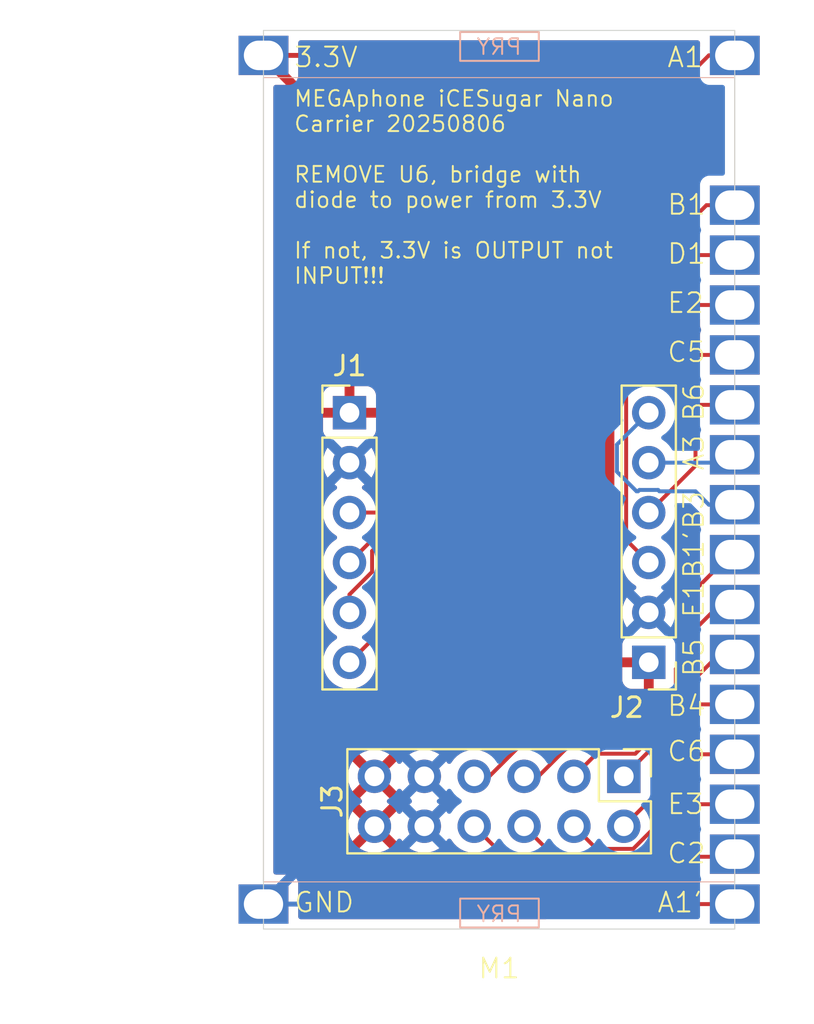
<source format=kicad_pcb>
(kicad_pcb (version 20241229) (generator "pcbnew") (generator_version "9.0")
  (layers (0 "F.Cu" signal) (2 "B.Cu" signal) (13 "F.Paste" user) (15 "B.Paste" user) (5 "F.SilkS" user "F.Silkscreen") (7 "B.SilkS" user "B.Silkscreen") (1 "F.Mask" user) (3 "B.Mask" user) (25 "Edge.Cuts" user))
  (net 0 "")
  (net 1 "E2")
  (net 2 "GND")
  (net 3 "D1")
  (net 4 "+3.3V")
  (net 5 "B1")
  (net 6 "A1")
  (net 7 "B6")
  (net 8 "A3")
  (net 9 "B3")
  (net 10 "C5")
  (net 11 "B1_DUP")
  (net 12 "E1")
  (net 13 "C2")
  (net 14 "C6")
  (net 15 "A1_DUP")
  (net 16 "E3")
  (net 17 "B5")
  (net 18 "B4")
  (footprint "Connector_PinHeader_2.54mm:PinHeader_2x06_P2.54mm_Vertical" (layer "F.Cu") (at 6.35 18.5 -90)
    (property "Reference" "J3" (at 1.27 14.85 90) (layer "F.SilkS"))
    (property "Value" "Conn_02x06_Odd_Even")
    (fp_line (start -1.38 14.08) (end 3.92 14.08) (stroke (width 0.12)) (layer "F.SilkS"))
    (fp_line (start -1.38 1.27) (end -1.38 14.08) (stroke (width 0.12)) (layer "F.SilkS"))
    (fp_line (start -1.38 1.27) (end 1.27 1.27) (stroke (width 0.12)) (layer "F.SilkS"))
    (fp_line (start 1.27 1.27) (end 1.27 -1.38) (stroke (width 0.12)) (layer "F.SilkS"))
    (fp_line (start -1.38 0) (end -1.38 -1.38) (stroke (width 0.12)) (layer "F.SilkS"))
    (fp_line (start -1.38 -1.38) (end 0 -1.38) (stroke (width 0.12)) (layer "F.SilkS"))
    (fp_line (start 1.27 -1.38) (end 3.92 -1.38) (stroke (width 0.12)) (layer "F.SilkS"))
    (fp_line (start 3.92 -1.38) (end 3.92 14.08) (stroke (width 0.12)) (layer "F.SilkS"))
    (pad "1" thru_hole rect (at 0 0 270) (size 1.7 1.7) (drill 1) (layers "*.Cu" "*.Mask") (net 18 "B4"))
    (pad "2" thru_hole circle (at 2.54 0 270) (size 1.7 1.7) (drill 1) (layers "*.Cu" "*.Mask") (net 14 "C6"))
    (pad "3" thru_hole circle (at 0 2.54 270) (size 1.7 1.7) (drill 1) (layers "*.Cu" "*.Mask") (net 17 "B5"))
    (pad "4" thru_hole circle (at 2.54 2.54 270) (size 1.7 1.7) (drill 1) (layers "*.Cu" "*.Mask") (net 16 "E3"))
    (pad "5" thru_hole circle (at 0 5.08 270) (size 1.7 1.7) (drill 1) (layers "*.Cu" "*.Mask") (net 12 "E1"))
    (pad "6" thru_hole circle (at 2.54 5.08 270) (size 1.7 1.7) (drill 1) (layers "*.Cu" "*.Mask") (net 13 "C2"))
    (pad "7" thru_hole circle (at 0 7.62 270) (size 1.7 1.7) (drill 1) (layers "*.Cu" "*.Mask") (net 11 "B1_DUP"))
    (pad "8" thru_hole circle (at 2.54 7.62 270) (size 1.7 1.7) (drill 1) (layers "*.Cu" "*.Mask") (net 15 "A1_DUP"))
    (pad "9" thru_hole circle (at 0 10.16 270) (size 1.7 1.7) (drill 1) (layers "*.Cu" "*.Mask") (net 2 "GND"))
    (pad "10" thru_hole circle (at 2.54 10.16 270) (size 1.7 1.7) (drill 1) (layers "*.Cu" "*.Mask") (net 2 "GND"))
    (pad "11" thru_hole circle (at 0 12.7 270) (size 1.7 1.7) (drill 1) (layers "*.Cu" "*.Mask") (net 4 "+3.3V"))
    (pad "12" thru_hole circle (at 2.54 12.7 270) (size 1.7 1.7) (drill 1) (layers "*.Cu" "*.Mask") (net 4 "+3.3V"))
  )
  (footprint "Connector_PinHeader_2.54mm:PinHeader_1x06_P2.54mm_Vertical" (layer "F.Cu") (at -7.62 0)
    (property "Reference" "J1" (at 0 -2.38 0) (layer "F.SilkS"))
    (property "Value" "Conn_01x06_Pin")
    (fp_line (start -1.38 -1.38) (end 0 -1.38) (stroke (width 0.12)) (layer "F.SilkS"))
    (fp_line (start -1.38 0) (end -1.38 -1.38) (stroke (width 0.12)) (layer "F.SilkS"))
    (fp_line (start -1.38 1.27) (end -1.38 14.08) (stroke (width 0.12)) (layer "F.SilkS"))
    (fp_line (start -1.38 1.27) (end 1.38 1.27) (stroke (width 0.12)) (layer "F.SilkS"))
    (fp_line (start -1.38 14.08) (end 1.38 14.08) (stroke (width 0.12)) (layer "F.SilkS"))
    (fp_line (start 1.38 1.27) (end 1.38 14.08) (stroke (width 0.12)) (layer "F.SilkS"))
    (pad "1" thru_hole rect (at 0 0) (size 1.7 1.7) (drill 1) (layers "*.Cu" "*.Mask") (net 4 "+3.3V"))
    (pad "2" thru_hole circle (at 0 2.54) (size 1.7 1.7) (drill 1) (layers "*.Cu" "*.Mask") (net 2 "GND"))
    (pad "3" thru_hole circle (at 0 5.08) (size 1.7 1.7) (drill 1) (layers "*.Cu" "*.Mask") (net 6 "A1"))
    (pad "4" thru_hole circle (at 0 7.62) (size 1.7 1.7) (drill 1) (layers "*.Cu" "*.Mask") (net 5 "B1"))
    (pad "5" thru_hole circle (at 0 10.16) (size 1.7 1.7) (drill 1) (layers "*.Cu" "*.Mask") (net 3 "D1"))
    (pad "6" thru_hole circle (at 0 12.7) (size 1.7 1.7) (drill 1) (layers "*.Cu" "*.Mask") (net 1 "E2"))
  )
  (footprint "Connector_PinHeader_2.54mm:PinHeader_1x06_P2.54mm_Vertical" (layer "F.Cu") (at 7.62 12.7 180)
    (property "Reference" "J2" (at 1.12 -2.3 0) (layer "F.SilkS"))
    (property "Value" "Conn_01x06_Pin")
    (fp_line (start 1.38 1.27) (end 1.38 14.08) (stroke (width 0.12)) (layer "F.SilkS"))
    (fp_line (start -1.38 14.08) (end 1.38 14.08) (stroke (width 0.12)) (layer "F.SilkS"))
    (fp_line (start -1.38 1.27) (end 1.38 1.27) (stroke (width 0.12)) (layer "F.SilkS"))
    (fp_line (start -1.38 1.27) (end -1.38 14.08) (stroke (width 0.12)) (layer "F.SilkS"))
    (fp_line (start -1.38 0) (end -1.38 -1.38) (stroke (width 0.12)) (layer "F.SilkS"))
    (fp_line (start -1.38 -1.38) (end 0 -1.38) (stroke (width 0.12)) (layer "F.SilkS"))
    (pad "1" thru_hole rect (at 0 0 180) (size 1.7 1.7) (drill 1) (layers "*.Cu" "*.Mask") (net 4 "+3.3V"))
    (pad "2" thru_hole circle (at 0 2.54 180) (size 1.7 1.7) (drill 1) (layers "*.Cu" "*.Mask") (net 2 "GND"))
    (pad "3" thru_hole circle (at 0 5.08 180) (size 1.7 1.7) (drill 1) (layers "*.Cu" "*.Mask") (net 10 "C5"))
    (pad "4" thru_hole circle (at 0 7.62 180) (size 1.7 1.7) (drill 1) (layers "*.Cu" "*.Mask") (net 7 "B6"))
    (pad "5" thru_hole circle (at 0 10.16 180) (size 1.7 1.7) (drill 1) (layers "*.Cu" "*.Mask") (net 8 "A3"))
    (pad "6" thru_hole circle (at 0 12.7 180) (size 1.7 1.7) (drill 1) (layers "*.Cu" "*.Mask") (net 9 "B3"))
  )
  (footprint "MegaCastle:MegaCastle2x18-Module-I24.0x40.9-M800067FFF" (layer "F.Cu") (at 0 3.41)
    (property "Reference" "M1" (at 0 24.86 0) (layer "F.SilkS") (effects (font (thickness 0.1))))
    (property "Value" "~")
    (fp_rect (start -12 20.46) (end 12 -20.46) (stroke (width 0.05)) (fill no) (layer "B.SilkS"))
    (fp_rect (start -1.984241 -21.311) (end 2.019516 -22.78) (stroke (width 0.1)) (fill no) (layer "B.SilkS"))
    (fp_rect (start -1.984241 21.311) (end 2.019516 22.78) (stroke (width 0.1)) (fill no) (layer "B.SilkS"))
    (fp_line (start -12 -22.860001) (end -12 22.860001) (stroke (width 0.05)) (layer "Edge.Cuts"))
    (fp_line (start -12 -22.860001) (end 12 -22.860001) (stroke (width 0.05)) (layer "Edge.Cuts"))
    (fp_line (start -12 22.860001) (end 12 22.860001) (stroke (width 0.05)) (layer "Edge.Cuts"))
    (fp_line (start 12 -22.860001) (end 12 22.860001) (stroke (width 0.05)) (layer "Edge.Cuts"))
    (fp_text user "PRY" (at 0 22.56 0) (layer "B.SilkS") (effects (font (size 0.8 0.8) (thickness 0.1)) (justify bottom mirror)))
    (fp_text user "PRY" (at 0 -21.56 0) (layer "B.SilkS") (effects (font (size 0.8 0.8) (thickness 0.1)) (justify bottom mirror)))
    (pad "1" thru_hole rect (at -12 -21.59) (size 2.54 2) (drill oval 2 1.5) (property pad_prop_castellated) (layers "*.Cu" "*.Mask") (net 4 "+3.3V"))
    (pad "18" thru_hole rect (at -12 21.59) (size 2.54 2) (drill oval 2 1.5) (property pad_prop_castellated) (layers "*.Cu" "*.Mask") (net 2 "GND"))
    (pad "19" thru_hole rect (at 12 -21.59) (size 2.54 2) (drill oval 2 1.5) (property pad_prop_castellated) (layers "*.Cu" "*.Mask") (net 6 "A1"))
    (pad "22" thru_hole rect (at 12 -13.97) (size 2.54 2) (drill oval 2 1.5) (property pad_prop_castellated) (layers "*.Cu" "*.Mask") (net 5 "B1"))
    (pad "23" thru_hole rect (at 12 -11.43) (size 2.54 2) (drill oval 2 1.5) (property pad_prop_castellated) (layers "*.Cu" "*.Mask") (net 3 "D1"))
    (pad "24" thru_hole rect (at 12 -8.89) (size 2.54 2) (drill oval 2 1.5) (property pad_prop_castellated) (layers "*.Cu" "*.Mask") (net 1 "E2"))
    (pad "25" thru_hole rect (at 12 -6.35) (size 2.54 2) (drill oval 2 1.5) (property pad_prop_castellated) (layers "*.Cu" "*.Mask") (net 10 "C5"))
    (pad "26" thru_hole rect (at 12 -3.81) (size 2.54 2) (drill oval 2 1.5) (property pad_prop_castellated) (layers "*.Cu" "*.Mask") (net 7 "B6"))
    (pad "27" thru_hole rect (at 12 -1.27) (size 2.54 2) (drill oval 2 1.5) (property pad_prop_castellated) (layers "*.Cu" "*.Mask") (net 8 "A3"))
    (pad "28" thru_hole rect (at 12 1.27) (size 2.54 2) (drill oval 2 1.5) (property pad_prop_castellated) (layers "*.Cu" "*.Mask") (net 9 "B3"))
    (pad "29" thru_hole rect (at 12 3.81) (size 2.54 2) (drill oval 2 1.5) (property pad_prop_castellated) (layers "*.Cu" "*.Mask") (net 11 "B1_DUP"))
    (pad "30" thru_hole rect (at 12 6.35) (size 2.54 2) (drill oval 2 1.5) (property pad_prop_castellated) (layers "*.Cu" "*.Mask") (net 12 "E1"))
    (pad "31" thru_hole rect (at 12 8.89) (size 2.54 2) (drill oval 2 1.5) (property pad_prop_castellated) (layers "*.Cu" "*.Mask") (net 17 "B5"))
    (pad "32" thru_hole rect (at 12 11.43) (size 2.54 2) (drill oval 2 1.5) (property pad_prop_castellated) (layers "*.Cu" "*.Mask") (net 18 "B4"))
    (pad "33" thru_hole rect (at 12 13.97) (size 2.54 2) (drill oval 2 1.5) (property pad_prop_castellated) (layers "*.Cu" "*.Mask") (net 14 "C6"))
    (pad "34" thru_hole rect (at 12 16.51) (size 2.54 2) (drill oval 2 1.5) (property pad_prop_castellated) (layers "*.Cu" "*.Mask") (net 16 "E3"))
    (pad "35" thru_hole rect (at 12 19.05) (size 2.54 2) (drill oval 2 1.5) (property pad_prop_castellated) (layers "*.Cu" "*.Mask") (net 13 "C2"))
    (pad "36" thru_hole rect (at 12 21.59) (size 2.54 2) (drill oval 2 1.5) (property pad_prop_castellated) (layers "*.Cu" "*.Mask") (net 15 "A1_DUP"))
  )
  (gr_text "A3" (at 10.5 3 90) (layer "F.SilkS") (effects (font (size 1 1) (thickness 0.1)) (justify left bottom)))
  (gr_text "A1" (at 8.5 -17.5 0) (layer "F.SilkS") (effects (font (size 1 1) (thickness 0.1)) (justify left bottom)))
  (gr_text "A1'" (at 8 25.5 0) (layer "F.SilkS") (effects (font (size 1 1) (thickness 0.1)) (justify left bottom)))
  (gr_text "B6" (at 10.5 0.5 90) (layer "F.SilkS") (effects (font (size 1 1) (thickness 0.1)) (justify left bottom)))
  (gr_text "C5" (at 8.5 -2.5 0) (layer "F.SilkS") (effects (font (size 1 1) (thickness 0.1)) (justify left bottom)))
  (gr_text "3.3V" (at -10.5 -17.5 0) (layer "F.SilkS") (effects (font (size 1 1) (thickness 0.1)) (justify left bottom)))
  (gr_text "C2" (at 8.5 23 0) (layer "F.SilkS") (effects (font (size 1 1) (thickness 0.1)) (justify left bottom)))
  (gr_text "B4" (at 8.5 15.5 0) (layer "F.SilkS") (effects (font (size 1 1) (thickness 0.1)) (justify left bottom)))
  (gr_text "B5" (at 10.5 13.5 90) (layer "F.SilkS") (effects (font (size 1 1) (thickness 0.1)) (justify left bottom)))
  (gr_text "E3" (at 8.5 20.5 0) (layer "F.SilkS") (effects (font (size 1 1) (thickness 0.1)) (justify left bottom)))
  (gr_text "MEGAphone iCESugar Nano \nCarrier 20250806\n\nREMOVE U6, bridge with\ndiode to power from 3.3V\n\nIf not, 3.3V is OUTPUT not\nINPUT!!!" (at -10.5 -6.5 0) (layer "F.SilkS") (effects (font (size 0.8 0.8) (thickness 0.1)) (justify left bottom)))
  (gr_text "B1'" (at 10.5 8.5 90) (layer "F.SilkS") (effects (font (size 1 1) (thickness 0.1)) (justify left bottom)))
  (gr_text "C6" (at 8.5 17.81 0) (layer "F.SilkS") (effects (font (size 1 1) (thickness 0.1)) (justify left bottom)))
  (gr_text "D1" (at 8.5 -7.5 0) (layer "F.SilkS") (effects (font (size 1 1) (thickness 0.1)) (justify left bottom)))
  (gr_text "GND" (at -10.5 25.5 0) (layer "F.SilkS") (effects (font (size 1 1) (thickness 0.1)) (justify left bottom)))
  (gr_text "E1" (at 10.5 10.5 90) (layer "F.SilkS") (effects (font (size 1 1) (thickness 0.1)) (justify left bottom)))
  (gr_text "B3" (at 10.5 6 90) (layer "F.SilkS") (effects (font (size 1 1) (thickness 0.1)) (justify left bottom)))
  (gr_text "E2" (at 8.5 -5 0) (layer "F.SilkS") (effects (font (size 1 1) (thickness 0.1)) (justify left bottom)))
  (gr_text "B1" (at 8.5 -10 0) (layer "F.SilkS") (effects (font (size 1 1) (thickness 0.1)) (justify left bottom)))
  (segment (start -6.068 7.2022) (end 6.6142 -5.48) (width 0.2) (layer "F.Cu") (net 1))
  (segment (start 6.6142 -5.48) (end 11.399 -5.48) (width 0.2) (layer "F.Cu") (net 1))
  (segment (start -6.068 11.148) (end -6.068 7.2022) (width 0.2) (layer "F.Cu") (net 1))
  (segment (start -7.62 12.7) (end -6.068 11.148) (width 0.2) (layer "F.Cu") (net 1))
  (segment (start 7.62 10.16) (end 7.62 9.453) (width 0.2) (layer "F.Cu") (net 2))
  (segment (start -12 25) (end -9 25) (width 0.25) (layer "B.Cu") (net 2))
  (segment (start 8.5871 -8.02) (end 11.399 -8.02) (width 0.2) (layer "F.Cu") (net 3))
  (segment (start -6.469 7.0361) (end -6.469 8.09676) (width 0.2) (layer "F.Cu") (net 3))
  (segment (start -5.96645 6.53355) (end 8.5871 -8.02) (width 0.2) (layer "F.Cu") (net 3))
  (segment (start -7.62 9.24776) (end -6.469 8.09676) (width 0.2) (layer "F.Cu") (net 3))
  (segment (start -7.62 10.16) (end -7.62 9.24776) (width 0.2) (layer "F.Cu") (net 3))
  (segment (start -5.96645 6.53355) (end -6.469 7.0361) (width 0.2) (layer "F.Cu") (net 3))
  (segment (start -9.18 -18.18) (end -9 -18) (width 0.25) (layer "F.Cu") (net 4))
  (segment (start -12 -18.18) (end -9.18 -18.18) (width 0.25) (layer "F.Cu") (net 4))
  (segment (start -7.62 7.62) (end 10.56 -10.56) (width 0.2) (layer "F.Cu") (net 5))
  (segment (start 10.56 -10.56) (end 12 -10.56) (width 0.2) (layer "F.Cu") (net 5))
  (segment (start 10.68 -18.18) (end 12 -18.18) (width 0.2) (layer "F.Cu") (net 6))
  (segment (start -5.902816 5.08) (end 10 -10.822816) (width 0.2) (layer "F.Cu") (net 6))
  (segment (start -7.62 5.08) (end -5.902816 5.08) (width 0.2) (layer "F.Cu") (net 6))
  (segment (start 10 -17.5) (end 10.68 -18.18) (width 0.2) (layer "F.Cu") (net 6))
  (segment (start 10 -10.822816) (end 10 -17.5) (width 0.2) (layer "F.Cu") (net 6))
  (segment (start 10 2.7) (end 7.62 5.08) (width 0.2) (layer "F.Cu") (net 7))
  (segment (start 10.1 -0.4) (end 10 -0.5) (width 0.2) (layer "F.Cu") (net 7))
  (segment (start 12 -0.4) (end 10.1 -0.4) (width 0.2) (layer "F.Cu") (net 7))
  (segment (start 10 -0.5) (end 10 2.7) (width 0.2) (layer "F.Cu") (net 7))
  (segment (start 7.62 2.54) (end 11.6 2.54) (width 0.2) (layer "B.Cu") (net 8))
  (segment (start 11.6 2.54) (end 12 2.14) (width 0.2) (layer "B.Cu") (net 8))
  (segment (start 10.82 4.68) (end 12 4.68) (width 0.2) (layer "F.Cu") (net 9))
  (segment (start 8.16776 4) (end 8.09676 3.929) (width 0.2) (layer "B.Cu") (net 9))
  (segment (start 7 4) (end 6 3) (width 0.2) (layer "B.Cu") (net 9))
  (segment (start 7.07224 4) (end 7 4) (width 0.2) (layer "B.Cu") (net 9))
  (segment (start 7.14324 3.929) (end 7.07224 4) (width 0.2) (layer "B.Cu") (net 9))
  (segment (start 10.68 4.68) (end 10 4) (width 0.2) (layer "B.Cu") (net 9))
  (segment (start 10 4) (end 8.16776 4) (width 0.2) (layer "B.Cu") (net 9))
  (segment (start 8.09676 3.929) (end 7.14324 3.929) (width 0.2) (layer "B.Cu") (net 9))
  (segment (start 6 3) (end 6 1.62) (width 0.2) (layer "B.Cu") (net 9))
  (segment (start 12 4.68) (end 10.68 4.68) (width 0.2) (layer "B.Cu") (net 9))
  (segment (start 6 1.62) (end 7.62 0) (width 0.2) (layer "B.Cu") (net 9))
  (segment (start 6.469 6.469) (end 7.62 7.62) (width 0.2) (layer "F.Cu") (net 10))
  (segment (start 6.469 -1.469) (end 6.469 6.469) (width 0.2) (layer "F.Cu") (net 10))
  (segment (start 12 -2.94) (end 7.94 -2.94) (width 0.2) (layer "F.Cu") (net 10))
  (segment (start 7.94 -2.94) (end 6.469 -1.469) (width 0.2) (layer "F.Cu") (net 10))
  (segment (start 2 16) (end -0.5 18.5) (width 0.2) (layer "F.Cu") (net 11))
  (segment (start 12 7.22) (end 11.78 7.22) (width 0.2) (layer "F.Cu") (net 11))
  (segment (start -0.5 18.5) (end -1.27 18.5) (width 0.2) (layer "F.Cu") (net 11))
  (segment (start 11.78 7.22) (end 9.5 9.5) (width 0.2) (layer "F.Cu") (net 11))
  (segment (start 9 13.0319) (end 9 14.1487) (width 0.2) (layer "F.Cu") (net 11))
  (segment (start 9.5 12.5319) (end 9 13.0319) (width 0.2) (layer "F.Cu") (net 11))
  (segment (start 9.5 9.5) (end 9.5 12.5319) (width 0.2) (layer "F.Cu") (net 11))
  (segment (start 7.1487 16) (end 2 16) (width 0.2) (layer "F.Cu") (net 11))
  (segment (start 11.399 7.601) (end 11.399 7.22) (width 0.2) (layer "F.Cu") (net 11))
  (segment (start 9 14.1487) (end 7.1487 16) (width 0.2) (layer "F.Cu") (net 11))
  (segment (start 9.599 13) (end 9.599 14.1168) (width 0.2) (layer "F.Cu") (net 12))
  (segment (start 2 18.5) (end 1.27 18.5) (width 0.2) (layer "F.Cu") (net 12))
  (segment (start 12 9.76) (end 11.24 9.76) (width 0.2) (layer "F.Cu") (net 12))
  (segment (start 3.6421 16.8579) (end 2 18.5) (width 0.2) (layer "F.Cu") (net 12))
  (segment (start 10 11) (end 10 12.599) (width 0.2) (layer "F.Cu") (net 12))
  (segment (start 9.599 14.1168) (end 6.8579 16.8579) (width 0.2) (layer "F.Cu") (net 12))
  (segment (start 6.8579 16.8579) (end 3.6421 16.8579) (width 0.2) (layer "F.Cu") (net 12))
  (segment (start 10 12.599) (end 9.599 13) (width 0.2) (layer "F.Cu") (net 12))
  (segment (start 11.24 9.76) (end 10 11) (width 0.2) (layer "F.Cu") (net 12))
  (segment (start 11.868 22.592) (end 12 22.46) (width 0.2) (layer "F.Cu") (net 13))
  (segment (start 2.822 22.592) (end 11.868 22.592) (width 0.2) (layer "F.Cu") (net 13))
  (segment (start 1.27 21.04) (end 2.822 22.592) (width 0.2) (layer "F.Cu") (net 13))
  (segment (start 9.12 17.38) (end 12 17.38) (width 0.2) (layer "F.Cu") (net 14))
  (segment (start 8 19.39) (end 8 18.5) (width 0.2) (layer "F.Cu") (net 14))
  (segment (start 6.35 21.04) (end 8 19.39) (width 0.2) (layer "F.Cu") (net 14))
  (segment (start 8 18.5) (end 9.12 17.38) (width 0.2) (layer "F.Cu") (net 14))
  (segment (start 2.69 25) (end 11.399 25) (width 0.2) (layer "F.Cu") (net 15))
  (segment (start -1.27 21.04) (end 2.69 25) (width 0.2) (layer "F.Cu") (net 15))
  (segment (start 9.09776 19.92) (end 12 19.92) (width 0.2) (layer "F.Cu") (net 16))
  (segment (start 4.961 22.191) (end 6.82676 22.191) (width 0.2) (layer "F.Cu") (net 16))
  (segment (start 6.82676 22.191) (end 9.09776 19.92) (width 0.2) (layer "F.Cu") (net 16))
  (segment (start 3.81 21.04) (end 4.961 22.191) (width 0.2) (layer "F.Cu") (net 16))
  (segment (start 4.961 17.349) (end 6.9339 17.349) (width 0.2) (layer "F.Cu") (net 17))
  (segment (start 10 13.5) (end 11.2 12.3) (width 0.2) (layer "F.Cu") (net 17))
  (segment (start 3.81 18.5) (end 4.961 17.349) (width 0.2) (layer "F.Cu") (net 17))
  (segment (start 10 14.2829) (end 10 13.5) (width 0.2) (layer "F.Cu") (net 17))
  (segment (start 11.2 12.3) (end 11.399 12.3) (width 0.2) (layer "F.Cu") (net 17))
  (segment (start 6.9339 17.349) (end 10 14.2829) (width 0.2) (layer "F.Cu") (net 17))
  (segment (start 10.01 14.84) (end 12 14.84) (width 0.2) (layer "F.Cu") (net 18))
  (segment (start 6.35 18.5) (end 10.01 14.84) (width 0.2) (layer "F.Cu") (net 18))
  (zone (net 4) (net_name "+3.3V") (layer "F.Cu") (connect_pads (clearance 0.5)) (min_thickness 0.25) (fill yes (thermal_gap 0.5) (thermal_bridge_width 0.5))
    (polygon (pts (xy -12 -19.5) (xy -12 26.5) (xy 12 26.5) (xy 12 -19.5)))
  )
  (zone (net 2) (net_name "GND") (layer "B.Cu") (priority 1) (connect_pads (clearance 0.5)) (min_thickness 0.25) (fill yes (thermal_gap 0.5) (thermal_bridge_width 0.5))
    (polygon (pts (xy -12 -19.450001) (xy -12 26.270001) (xy 12 26.270001) (xy 12 -19.450001)))
  )
)
</source>
